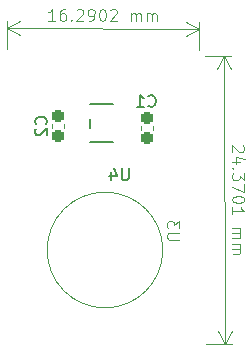
<source format=gbr>
%TF.GenerationSoftware,KiCad,Pcbnew,8.0.1*%
%TF.CreationDate,2025-01-22T18:21:48-07:00*%
%TF.ProjectId,AlcoholSensor_MQ,416c636f-686f-46c5-9365-6e736f725f4d,rev?*%
%TF.SameCoordinates,Original*%
%TF.FileFunction,Legend,Bot*%
%TF.FilePolarity,Positive*%
%FSLAX46Y46*%
G04 Gerber Fmt 4.6, Leading zero omitted, Abs format (unit mm)*
G04 Created by KiCad (PCBNEW 8.0.1) date 2025-01-22 18:21:48*
%MOMM*%
%LPD*%
G01*
G04 APERTURE LIST*
G04 Aperture macros list*
%AMRoundRect*
0 Rectangle with rounded corners*
0 $1 Rounding radius*
0 $2 $3 $4 $5 $6 $7 $8 $9 X,Y pos of 4 corners*
0 Add a 4 corners polygon primitive as box body*
4,1,4,$2,$3,$4,$5,$6,$7,$8,$9,$2,$3,0*
0 Add four circle primitives for the rounded corners*
1,1,$1+$1,$2,$3*
1,1,$1+$1,$4,$5*
1,1,$1+$1,$6,$7*
1,1,$1+$1,$8,$9*
0 Add four rect primitives between the rounded corners*
20,1,$1+$1,$2,$3,$4,$5,0*
20,1,$1+$1,$4,$5,$6,$7,0*
20,1,$1+$1,$6,$7,$8,$9,0*
20,1,$1+$1,$8,$9,$2,$3,0*%
G04 Aperture macros list end*
%ADD10C,0.100000*%
%ADD11C,0.150000*%
%ADD12C,0.120000*%
%ADD13C,0.152400*%
%ADD14C,2.500000*%
%ADD15C,2.600000*%
%ADD16R,1.700000X1.700000*%
%ADD17O,1.700000X1.700000*%
%ADD18RoundRect,0.237500X-0.237500X0.300000X-0.237500X-0.300000X0.237500X-0.300000X0.237500X0.300000X0*%
%ADD19R,1.003300X0.508000*%
G04 APERTURE END LIST*
D10*
X170159995Y-82400932D02*
X169588572Y-82398477D01*
X169874283Y-82399705D02*
X169878580Y-81399714D01*
X169878580Y-81399714D02*
X169782729Y-81542160D01*
X169782729Y-81542160D02*
X169687083Y-81636988D01*
X169687083Y-81636988D02*
X169591641Y-81684198D01*
X171021427Y-81404625D02*
X170830953Y-81403806D01*
X170830953Y-81403806D02*
X170735511Y-81451016D01*
X170735511Y-81451016D02*
X170687688Y-81498430D01*
X170687688Y-81498430D02*
X170591837Y-81640876D01*
X170591837Y-81640876D02*
X170543399Y-81831146D01*
X170543399Y-81831146D02*
X170541762Y-82212095D01*
X170541762Y-82212095D02*
X170588972Y-82307537D01*
X170588972Y-82307537D02*
X170636386Y-82355360D01*
X170636386Y-82355360D02*
X170731418Y-82403388D01*
X170731418Y-82403388D02*
X170921893Y-82404206D01*
X170921893Y-82404206D02*
X171017335Y-82356997D01*
X171017335Y-82356997D02*
X171065158Y-82309583D01*
X171065158Y-82309583D02*
X171113186Y-82214550D01*
X171113186Y-82214550D02*
X171114209Y-81976457D01*
X171114209Y-81976457D02*
X171067000Y-81881016D01*
X171067000Y-81881016D02*
X171019586Y-81833192D01*
X171019586Y-81833192D02*
X170924553Y-81785164D01*
X170924553Y-81785164D02*
X170734079Y-81784346D01*
X170734079Y-81784346D02*
X170638637Y-81831555D01*
X170638637Y-81831555D02*
X170590813Y-81878969D01*
X170590813Y-81878969D02*
X170542786Y-81974002D01*
X171541344Y-82311629D02*
X171588758Y-82359452D01*
X171588758Y-82359452D02*
X171540935Y-82406866D01*
X171540935Y-82406866D02*
X171493521Y-82359043D01*
X171493521Y-82359043D02*
X171541344Y-82311629D01*
X171541344Y-82311629D02*
X171540935Y-82406866D01*
X171973390Y-81503955D02*
X172021213Y-81456541D01*
X172021213Y-81456541D02*
X172116655Y-81409331D01*
X172116655Y-81409331D02*
X172354748Y-81410354D01*
X172354748Y-81410354D02*
X172449780Y-81458382D01*
X172449780Y-81458382D02*
X172497194Y-81506205D01*
X172497194Y-81506205D02*
X172544404Y-81601647D01*
X172544404Y-81601647D02*
X172543994Y-81696884D01*
X172543994Y-81696884D02*
X172495762Y-81839536D01*
X172495762Y-81839536D02*
X171921883Y-82408503D01*
X171921883Y-82408503D02*
X172540925Y-82411164D01*
X173017111Y-82413210D02*
X173207586Y-82414028D01*
X173207586Y-82414028D02*
X173303027Y-82366819D01*
X173303027Y-82366819D02*
X173350851Y-82319405D01*
X173350851Y-82319405D02*
X173446702Y-82176958D01*
X173446702Y-82176958D02*
X173495139Y-81986689D01*
X173495139Y-81986689D02*
X173496776Y-81605740D01*
X173496776Y-81605740D02*
X173449567Y-81510298D01*
X173449567Y-81510298D02*
X173402153Y-81462475D01*
X173402153Y-81462475D02*
X173307120Y-81414447D01*
X173307120Y-81414447D02*
X173116646Y-81413628D01*
X173116646Y-81413628D02*
X173021204Y-81460838D01*
X173021204Y-81460838D02*
X172973380Y-81508252D01*
X172973380Y-81508252D02*
X172925353Y-81603284D01*
X172925353Y-81603284D02*
X172924329Y-81841377D01*
X172924329Y-81841377D02*
X172971539Y-81936819D01*
X172971539Y-81936819D02*
X173018953Y-81984642D01*
X173018953Y-81984642D02*
X173113985Y-82032670D01*
X173113985Y-82032670D02*
X173304460Y-82033489D01*
X173304460Y-82033489D02*
X173399902Y-81986279D01*
X173399902Y-81986279D02*
X173447725Y-81938865D01*
X173447725Y-81938865D02*
X173495753Y-81843833D01*
X174116636Y-81417925D02*
X174211874Y-81418335D01*
X174211874Y-81418335D02*
X174306906Y-81466362D01*
X174306906Y-81466362D02*
X174354320Y-81514186D01*
X174354320Y-81514186D02*
X174401529Y-81609627D01*
X174401529Y-81609627D02*
X174448330Y-81800307D01*
X174448330Y-81800307D02*
X174447306Y-82038400D01*
X174447306Y-82038400D02*
X174398869Y-82228669D01*
X174398869Y-82228669D02*
X174350842Y-82323702D01*
X174350842Y-82323702D02*
X174303018Y-82371116D01*
X174303018Y-82371116D02*
X174207576Y-82418325D01*
X174207576Y-82418325D02*
X174112339Y-82417916D01*
X174112339Y-82417916D02*
X174017307Y-82369888D01*
X174017307Y-82369888D02*
X173969893Y-82322065D01*
X173969893Y-82322065D02*
X173922683Y-82226623D01*
X173922683Y-82226623D02*
X173875883Y-82035944D01*
X173875883Y-82035944D02*
X173876906Y-81797851D01*
X173876906Y-81797851D02*
X173925343Y-81607581D01*
X173925343Y-81607581D02*
X173973371Y-81512549D01*
X173973371Y-81512549D02*
X174021194Y-81465135D01*
X174021194Y-81465135D02*
X174116636Y-81417925D01*
X174830506Y-81516232D02*
X174878329Y-81468818D01*
X174878329Y-81468818D02*
X174973771Y-81421609D01*
X174973771Y-81421609D02*
X175211864Y-81422632D01*
X175211864Y-81422632D02*
X175306897Y-81470659D01*
X175306897Y-81470659D02*
X175354311Y-81518483D01*
X175354311Y-81518483D02*
X175401520Y-81613925D01*
X175401520Y-81613925D02*
X175401111Y-81709162D01*
X175401111Y-81709162D02*
X175352879Y-81851813D01*
X175352879Y-81851813D02*
X174779000Y-82420781D01*
X174779000Y-82420781D02*
X175398042Y-82423441D01*
X176588507Y-82428556D02*
X176591372Y-81761896D01*
X176590963Y-81857133D02*
X176638786Y-81809719D01*
X176638786Y-81809719D02*
X176734228Y-81762510D01*
X176734228Y-81762510D02*
X176877084Y-81763124D01*
X176877084Y-81763124D02*
X176972116Y-81811152D01*
X176972116Y-81811152D02*
X177019326Y-81906593D01*
X177019326Y-81906593D02*
X177017075Y-82430398D01*
X177019326Y-81906593D02*
X177067353Y-81811561D01*
X177067353Y-81811561D02*
X177162795Y-81764351D01*
X177162795Y-81764351D02*
X177305651Y-81764965D01*
X177305651Y-81764965D02*
X177400684Y-81812993D01*
X177400684Y-81812993D02*
X177447893Y-81908435D01*
X177447893Y-81908435D02*
X177445642Y-82432240D01*
X177921828Y-82434286D02*
X177924693Y-81767625D01*
X177924283Y-81862863D02*
X177972107Y-81815449D01*
X177972107Y-81815449D02*
X178067548Y-81768239D01*
X178067548Y-81768239D02*
X178210404Y-81768853D01*
X178210404Y-81768853D02*
X178305437Y-81816881D01*
X178305437Y-81816881D02*
X178352646Y-81912323D01*
X178352646Y-81912323D02*
X178350395Y-82436127D01*
X178352646Y-81912323D02*
X178400674Y-81817290D01*
X178400674Y-81817290D02*
X178496116Y-81770081D01*
X178496116Y-81770081D02*
X178638972Y-81770695D01*
X178638972Y-81770695D02*
X178734004Y-81818723D01*
X178734004Y-81818723D02*
X178781214Y-81914164D01*
X178781214Y-81914164D02*
X178778963Y-82437969D01*
X166052149Y-84810005D02*
X166062335Y-82439487D01*
X182342149Y-84880005D02*
X182352335Y-82509487D01*
X166059815Y-83025901D02*
X182349815Y-83095901D01*
X166059815Y-83025901D02*
X182349815Y-83095901D01*
X166059815Y-83025901D02*
X167188828Y-82444326D01*
X166059815Y-83025901D02*
X167183788Y-83617157D01*
X182349815Y-83095901D02*
X181220802Y-83677476D01*
X182349815Y-83095901D02*
X181225842Y-82504645D01*
X186055613Y-92953829D02*
X186103388Y-93001292D01*
X186103388Y-93001292D02*
X186151320Y-93096373D01*
X186151320Y-93096373D02*
X186152101Y-93334467D01*
X186152101Y-93334467D02*
X186104795Y-93429861D01*
X186104795Y-93429861D02*
X186057332Y-93477636D01*
X186057332Y-93477636D02*
X185962251Y-93525567D01*
X185962251Y-93525567D02*
X185867014Y-93525880D01*
X185867014Y-93525880D02*
X185724001Y-93478730D01*
X185724001Y-93478730D02*
X185150700Y-92909180D01*
X185150700Y-92909180D02*
X185152732Y-93528225D01*
X185822209Y-94383174D02*
X185155546Y-94385363D01*
X186202377Y-94143830D02*
X185487314Y-93908081D01*
X185487314Y-93908081D02*
X185489346Y-94527125D01*
X185252503Y-94908857D02*
X185205040Y-94956632D01*
X185205040Y-94956632D02*
X185157265Y-94909170D01*
X185157265Y-94909170D02*
X185204728Y-94861395D01*
X185204728Y-94861395D02*
X185252503Y-94908857D01*
X185252503Y-94908857D02*
X185157265Y-94909170D01*
X186158510Y-95286837D02*
X186160542Y-95905881D01*
X186160542Y-95905881D02*
X185778498Y-95573800D01*
X185778498Y-95573800D02*
X185778967Y-95716656D01*
X185778967Y-95716656D02*
X185731661Y-95812050D01*
X185731661Y-95812050D02*
X185684198Y-95859826D01*
X185684198Y-95859826D02*
X185589117Y-95907757D01*
X185589117Y-95907757D02*
X185351023Y-95908539D01*
X185351023Y-95908539D02*
X185255629Y-95861232D01*
X185255629Y-95861232D02*
X185207854Y-95813770D01*
X185207854Y-95813770D02*
X185159922Y-95718689D01*
X185159922Y-95718689D02*
X185158985Y-95432976D01*
X185158985Y-95432976D02*
X185206291Y-95337582D01*
X185206291Y-95337582D02*
X185253753Y-95289807D01*
X186161637Y-96239213D02*
X186163825Y-96905876D01*
X186163825Y-96905876D02*
X185162424Y-96480589D01*
X186165701Y-97477301D02*
X186166014Y-97572539D01*
X186166014Y-97572539D02*
X186118707Y-97667933D01*
X186118707Y-97667933D02*
X186071245Y-97715708D01*
X186071245Y-97715708D02*
X185976164Y-97763639D01*
X185976164Y-97763639D02*
X185785845Y-97811883D01*
X185785845Y-97811883D02*
X185547751Y-97812665D01*
X185547751Y-97812665D02*
X185357119Y-97765671D01*
X185357119Y-97765671D02*
X185261725Y-97718365D01*
X185261725Y-97718365D02*
X185213950Y-97670903D01*
X185213950Y-97670903D02*
X185166019Y-97575822D01*
X185166019Y-97575822D02*
X185165706Y-97480584D01*
X185165706Y-97480584D02*
X185213012Y-97385190D01*
X185213012Y-97385190D02*
X185260475Y-97337415D01*
X185260475Y-97337415D02*
X185355556Y-97289484D01*
X185355556Y-97289484D02*
X185545875Y-97241240D01*
X185545875Y-97241240D02*
X185783969Y-97240458D01*
X185783969Y-97240458D02*
X185974600Y-97287451D01*
X185974600Y-97287451D02*
X186069994Y-97334758D01*
X186069994Y-97334758D02*
X186117769Y-97382220D01*
X186117769Y-97382220D02*
X186165701Y-97477301D01*
X185169927Y-98766291D02*
X185168051Y-98194866D01*
X185168989Y-98480579D02*
X186168984Y-98477296D01*
X186168984Y-98477296D02*
X186025815Y-98382527D01*
X186025815Y-98382527D02*
X185930264Y-98287602D01*
X185930264Y-98287602D02*
X185882333Y-98192521D01*
X185173835Y-99956761D02*
X185840498Y-99954573D01*
X185745260Y-99954886D02*
X185793035Y-100002348D01*
X185793035Y-100002348D02*
X185840967Y-100097429D01*
X185840967Y-100097429D02*
X185841436Y-100240286D01*
X185841436Y-100240286D02*
X185794130Y-100335680D01*
X185794130Y-100335680D02*
X185699048Y-100383611D01*
X185699048Y-100383611D02*
X185175242Y-100385331D01*
X185699048Y-100383611D02*
X185794442Y-100430917D01*
X185794442Y-100430917D02*
X185842374Y-100525999D01*
X185842374Y-100525999D02*
X185842843Y-100668855D01*
X185842843Y-100668855D02*
X185795537Y-100764249D01*
X185795537Y-100764249D02*
X185700455Y-100812180D01*
X185700455Y-100812180D02*
X185176649Y-100813900D01*
X185178212Y-101290087D02*
X185844875Y-101287899D01*
X185749637Y-101288211D02*
X185797412Y-101335674D01*
X185797412Y-101335674D02*
X185845344Y-101430755D01*
X185845344Y-101430755D02*
X185845813Y-101573612D01*
X185845813Y-101573612D02*
X185798507Y-101669005D01*
X185798507Y-101669005D02*
X185703425Y-101716937D01*
X185703425Y-101716937D02*
X185179619Y-101718656D01*
X185703425Y-101716937D02*
X185798819Y-101764243D01*
X185798819Y-101764243D02*
X185846751Y-101859324D01*
X185846751Y-101859324D02*
X185847220Y-102002181D01*
X185847220Y-102002181D02*
X185799914Y-102097575D01*
X185799914Y-102097575D02*
X185704832Y-102145506D01*
X185704832Y-102145506D02*
X185181026Y-102147226D01*
X182829997Y-85398359D02*
X185069859Y-85391006D01*
X182909997Y-109768359D02*
X185149859Y-109761006D01*
X184483442Y-85392931D02*
X184563442Y-109762931D01*
X184483442Y-85392931D02*
X184563442Y-109762931D01*
X184483442Y-85392931D02*
X185073558Y-86517504D01*
X184483442Y-85392931D02*
X183900722Y-86521354D01*
X184563442Y-109762931D02*
X183973326Y-108638358D01*
X184563442Y-109762931D02*
X185146162Y-108634508D01*
X180632580Y-100931904D02*
X179823057Y-100931904D01*
X179823057Y-100931904D02*
X179727819Y-100884285D01*
X179727819Y-100884285D02*
X179680200Y-100836666D01*
X179680200Y-100836666D02*
X179632580Y-100741428D01*
X179632580Y-100741428D02*
X179632580Y-100550952D01*
X179632580Y-100550952D02*
X179680200Y-100455714D01*
X179680200Y-100455714D02*
X179727819Y-100408095D01*
X179727819Y-100408095D02*
X179823057Y-100360476D01*
X179823057Y-100360476D02*
X180632580Y-100360476D01*
X180632580Y-99979523D02*
X180632580Y-99360476D01*
X180632580Y-99360476D02*
X180251628Y-99693809D01*
X180251628Y-99693809D02*
X180251628Y-99550952D01*
X180251628Y-99550952D02*
X180204009Y-99455714D01*
X180204009Y-99455714D02*
X180156390Y-99408095D01*
X180156390Y-99408095D02*
X180061152Y-99360476D01*
X180061152Y-99360476D02*
X179823057Y-99360476D01*
X179823057Y-99360476D02*
X179727819Y-99408095D01*
X179727819Y-99408095D02*
X179680200Y-99455714D01*
X179680200Y-99455714D02*
X179632580Y-99550952D01*
X179632580Y-99550952D02*
X179632580Y-99836666D01*
X179632580Y-99836666D02*
X179680200Y-99931904D01*
X179680200Y-99931904D02*
X179727819Y-99979523D01*
D11*
X178056666Y-89599580D02*
X178104285Y-89647200D01*
X178104285Y-89647200D02*
X178247142Y-89694819D01*
X178247142Y-89694819D02*
X178342380Y-89694819D01*
X178342380Y-89694819D02*
X178485237Y-89647200D01*
X178485237Y-89647200D02*
X178580475Y-89551961D01*
X178580475Y-89551961D02*
X178628094Y-89456723D01*
X178628094Y-89456723D02*
X178675713Y-89266247D01*
X178675713Y-89266247D02*
X178675713Y-89123390D01*
X178675713Y-89123390D02*
X178628094Y-88932914D01*
X178628094Y-88932914D02*
X178580475Y-88837676D01*
X178580475Y-88837676D02*
X178485237Y-88742438D01*
X178485237Y-88742438D02*
X178342380Y-88694819D01*
X178342380Y-88694819D02*
X178247142Y-88694819D01*
X178247142Y-88694819D02*
X178104285Y-88742438D01*
X178104285Y-88742438D02*
X178056666Y-88790057D01*
X177104285Y-89694819D02*
X177675713Y-89694819D01*
X177389999Y-89694819D02*
X177389999Y-88694819D01*
X177389999Y-88694819D02*
X177485237Y-88837676D01*
X177485237Y-88837676D02*
X177580475Y-88932914D01*
X177580475Y-88932914D02*
X177675713Y-88980533D01*
X176381904Y-94904819D02*
X176381904Y-95714342D01*
X176381904Y-95714342D02*
X176334285Y-95809580D01*
X176334285Y-95809580D02*
X176286666Y-95857200D01*
X176286666Y-95857200D02*
X176191428Y-95904819D01*
X176191428Y-95904819D02*
X176000952Y-95904819D01*
X176000952Y-95904819D02*
X175905714Y-95857200D01*
X175905714Y-95857200D02*
X175858095Y-95809580D01*
X175858095Y-95809580D02*
X175810476Y-95714342D01*
X175810476Y-95714342D02*
X175810476Y-94904819D01*
X174905714Y-95238152D02*
X174905714Y-95904819D01*
X175143809Y-94857200D02*
X175381904Y-95571485D01*
X175381904Y-95571485D02*
X174762857Y-95571485D01*
X169369580Y-91150833D02*
X169417200Y-91103214D01*
X169417200Y-91103214D02*
X169464819Y-90960357D01*
X169464819Y-90960357D02*
X169464819Y-90865119D01*
X169464819Y-90865119D02*
X169417200Y-90722262D01*
X169417200Y-90722262D02*
X169321961Y-90627024D01*
X169321961Y-90627024D02*
X169226723Y-90579405D01*
X169226723Y-90579405D02*
X169036247Y-90531786D01*
X169036247Y-90531786D02*
X168893390Y-90531786D01*
X168893390Y-90531786D02*
X168702914Y-90579405D01*
X168702914Y-90579405D02*
X168607676Y-90627024D01*
X168607676Y-90627024D02*
X168512438Y-90722262D01*
X168512438Y-90722262D02*
X168464819Y-90865119D01*
X168464819Y-90865119D02*
X168464819Y-90960357D01*
X168464819Y-90960357D02*
X168512438Y-91103214D01*
X168512438Y-91103214D02*
X168560057Y-91150833D01*
X168560057Y-91531786D02*
X168512438Y-91579405D01*
X168512438Y-91579405D02*
X168464819Y-91674643D01*
X168464819Y-91674643D02*
X168464819Y-91912738D01*
X168464819Y-91912738D02*
X168512438Y-92007976D01*
X168512438Y-92007976D02*
X168560057Y-92055595D01*
X168560057Y-92055595D02*
X168655295Y-92103214D01*
X168655295Y-92103214D02*
X168750533Y-92103214D01*
X168750533Y-92103214D02*
X168893390Y-92055595D01*
X168893390Y-92055595D02*
X169464819Y-91484167D01*
X169464819Y-91484167D02*
X169464819Y-92103214D01*
D10*
%TO.C,U3*%
X179280000Y-101810000D02*
G75*
G02*
X169480000Y-101810000I-4900000J0D01*
G01*
X169480000Y-101810000D02*
G75*
G02*
X179280000Y-101810000I4900000J0D01*
G01*
D12*
%TO.C,C1*%
X177440000Y-91638767D02*
X177440000Y-91346233D01*
X178460000Y-91638767D02*
X178460000Y-91346233D01*
D13*
%TO.C,U4*%
X173119550Y-90716738D02*
X173119550Y-91443260D01*
X173119550Y-92705599D02*
X175075350Y-92705599D01*
X175075350Y-89454399D02*
X173119550Y-89454399D01*
D12*
%TO.C,C2*%
X169930000Y-91463767D02*
X169930000Y-91171233D01*
X170950000Y-91463767D02*
X170950000Y-91171233D01*
%TD*%
%LPC*%
D14*
%TO.C,H2*%
X180090000Y-87300000D03*
%TD*%
%TO.C,H1*%
X168500000Y-87300000D03*
%TD*%
D15*
%TO.C,U3*%
X174380000Y-99610000D03*
X176580000Y-101830000D03*
X174370000Y-104010000D03*
%TD*%
D16*
%TO.C,J1*%
X173155000Y-87380000D03*
D17*
X175695000Y-87380000D03*
%TD*%
D18*
%TO.C,C1*%
X177950000Y-90630000D03*
X177950000Y-92355000D03*
%TD*%
D19*
%TO.C,U4*%
X175450000Y-90129998D03*
X175450000Y-91079999D03*
X175450000Y-92030000D03*
X172744900Y-92030000D03*
X172744900Y-90129998D03*
%TD*%
D18*
%TO.C,C2*%
X170440000Y-90455000D03*
X170440000Y-92180000D03*
%TD*%
%LPD*%
M02*

</source>
